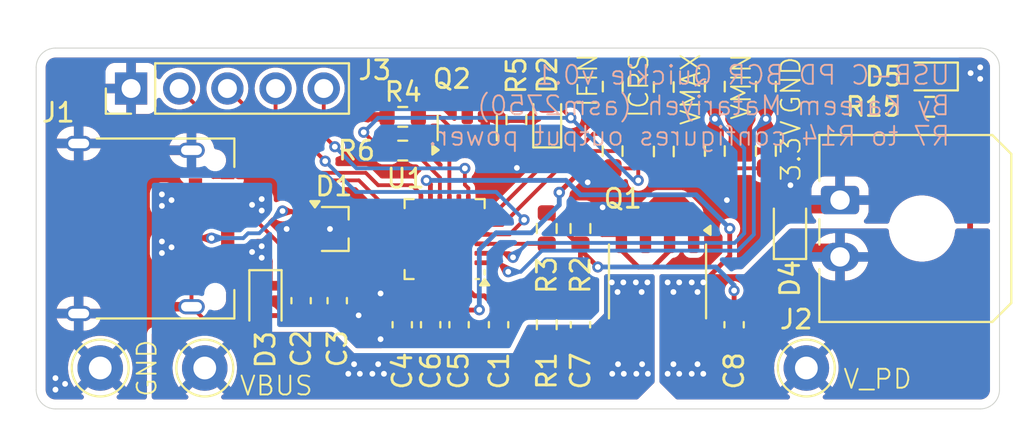
<source format=kicad_pcb>
(kicad_pcb (version 20240108) (generator "pcbnew") (generator_version "8.0")
  (layers (0 "F.Cu" signal) (31 "B.Cu" signal) (34 "B.Paste" user) (35 "F.Paste" user) (36 "B.SilkS" user "B.Silkscreen") (37 "F.SilkS" user "F.Silkscreen") (38 "B.Mask" user) (39 "F.Mask" user) (44 "Edge.Cuts" user))
  (net 0 "")
  (net 1 "Net-(U1-VCCD)")
  (net 2 "GND")
  (net 3 "VBUS")
  (net 4 "+3.3V")
  (net 5 "Net-(C7-Pad2)")
  (net 6 "VUSB_PD")
  (net 7 "/USB_CC1")
  (net 8 "/USB_CC2")
  (net 9 "Net-(D2-K)")
  (net 24 "Net-(Q1A-G1)")
  (net 25 "Net-(Q2-D)")
  (net 26 "Net-(Q2-G)")
  (net 27 "Net-(U1-VBUS_FET_EN)")
  (net 28 "Net-(U1-FLIP)")
  (net 29 "/VBUS_MAX")
  (net 30 "/VBUS_MIN")
  (net 31 "/ISNK_C")
  (net 32 "/ISNK_F")
  (net 38 "Net-(Q1A-S1)")
  (net 39 "/SCL")
  (net 40 "/INT")
  (net 41 "/SAFE_P_EN")
  (net 42 "/SDA")
  (net 43 "Net-(D5-A)")
  (footprint "Connector_USB:USB_C_Receptacle_Amphenol_12401610E4-2A" (layer "F.Cu") (at 30.48 65.2018 -90)
    (property "Reference" "J1")
    (property "Value" "USB_C_Receptacle")
  )
  (footprint "Capacitor_SMD:C_0603_1608Metric" (layer "F.Cu") (at 54.102 70.2818 90)
    (property "Reference" "C7")
    (property "Value" "4.7u")
  )
  (footprint "Package_TO_SOT_SMD:SOT-323_SC-70" (layer "F.Cu") (at 41.148 65.2272)
    (property "Reference" "D1")
    (property "Value" "ESDA25W")
  )
  (footprint "Capacitor_SMD:C_0603_1608Metric" (layer "F.Cu") (at 62.2046 70.2818 90)
    (property "Reference" "C8")
    (property "Value" "1u")
  )
  (footprint "Capacitor_SMD:C_0603_1608Metric" (layer "F.Cu") (at 41.275 69.0118 -90)
    (property "Reference" "C3")
    (property "Value" "100n")
  )
  (footprint "Diode_SMD:D_SOD-323" (layer "F.Cu") (at 65.151 65.2018 90)
    (property "Reference" "D4")
    (property "Value" "24v")
  )
  (footprint "Resistor_SMD:R_0603_1608Metric_Pad0.98x0.95mm_HandSolder" (layer "F.Cu") (at 55.7968 61.1156 90)
    (property "Reference" "R13" (hide yes))
    (property "Value" "DNP")
  )
  (footprint "Capacitor_SMD:C_0603_1608Metric" (layer "F.Cu") (at 46.2026 70.2818 -90)
    (property "Reference" "C6")
    (property "Value" "100n")
  )
  (footprint "Resistor_SMD:R_0603_1608Metric_Pad0.98x0.95mm_HandSolder" (layer "F.Cu") (at 63.881 61.1124 90)
    (property "Reference" "R9" (hide yes))
    (property "Value" "5.1k")
  )
  (footprint "Resistor_SMD:R_0603_1608Metric" (layer "F.Cu") (at 50.7238 59.4614 90)
    (property "Reference" "R5")
    (property "Value" "20k")
  )
  (footprint "Connector_Pin:Pin_D1.0mm_L10.0mm_LooseFit" (layer "F.Cu") (at 28.7782 72.5678)
    (property "Reference" "TP3" (hide yes))
    (property "Value" "TestPoint")
  )
  (footprint "LED_SMD:LED_0603_1608Metric" (layer "F.Cu") (at 52.3494 59.436 90)
    (property "Reference" "D2")
    (property "Value" "LED")
  )
  (footprint "Resistor_SMD:R_0603_1608Metric_Pad0.98x0.95mm_HandSolder" (layer "F.Cu") (at 61.1886 61.1124 90)
    (property "Reference" "R7" (hide yes))
    (property "Value" "5.1k")
  )
  (footprint "Connector_Pin:Pin_D1.0mm_L10.0mm_LooseFit" (layer "F.Cu") (at 66.0146 72.5678)
    (property "Reference" "TP2" (hide yes))
    (property "Value" "TestPoint")
  )
  (footprint "Package_TO_SOT_SMD:SOT-23" (layer "F.Cu") (at 48.133 59.8932 90)
    (property "Reference" "Q2")
    (property "Value" "2N7002H")
  )
  (footprint "Capacitor_SMD:C_0603_1608Metric" (layer "F.Cu") (at 39.37 69.0118 -90)
    (property "Reference" "C2")
    (property "Value" "4.7u")
  )
  (footprint "Resistor_SMD:R_0603_1608Metric" (layer "F.Cu") (at 72.517 58.7756 180)
    (property "Reference" "R15")
    (property "Value" "100k")
  )
  (footprint "Package_SO:SOIC-8_3.9x4.9mm_P1.27mm" (layer "F.Cu") (at 58.166 67.9958 -90)
    (property "Reference" "Q1")
    (property "Value" "DMP6050SSD")
  )
  (footprint "Fiducial:Fiducial_0.5mm_Mask1.5mm" (layer "F.Cu") (at 74.422 72.9488)
    (property "Reference" "FID2" (hide yes))
    (property "Value" "Fiducial")
  )
  (footprint "Resistor_SMD:R_0603_1608Metric" (layer "F.Cu") (at 52.324 65.2018 -90)
    (property "Reference" "R3")
    (property "Value" "2.2k")
  )
  (footprint "Connector_Pin:Pin_D1.0mm_L10.0mm_LooseFit" (layer "F.Cu") (at 34.29 72.5678)
    (property "Reference" "TP1" (hide yes))
    (property "Value" "TestPoint")
  )
  (footprint "Resistor_SMD:R_0603_1608Metric" (layer "F.Cu") (at 52.324 70.2818 90)
    (property "Reference" "R1")
    (property "Value" "20k")
  )
  (footprint "Resistor_SMD:R_0603_1608Metric_Pad0.98x0.95mm_HandSolder" (layer "F.Cu") (at 58.4984 61.1378 90)
    (property "Reference" "R11" (hide yes))
    (property "Value" "5.1k")
  )
  (footprint "Resistor_SMD:R_0603_1608Metric" (layer "F.Cu") (at 44.7294 59.309 180)
    (property "Reference" "R4")
    (property "Value" "20k")
  )
  (footprint "Resistor_SMD:R_0603_1608Metric" (layer "F.Cu") (at 54.102 65.2018 -90)
    (property "Reference" "R2")
    (property "Value" "2.2k")
  )
  (footprint "Resistor_SMD:R_0603_1608Metric_Pad0.98x0.95mm_HandSolder" (layer "F.Cu") (at 61.1886 57.7088 90)
    (property "Reference" "R8" (hide yes))
    (property "Value" "1k")
  )
  (footprint "Resistor_SMD:R_0603_1608Metric_Pad0.98x0.95mm_HandSolder" (layer "F.Cu") (at 55.8038 57.7088 90)
    (property "Reference" "R14" (hide yes))
    (property "Value" "0")
  )
  (footprint "Capacitor_SMD:C_0603_1608Metric" (layer "F.Cu") (at 49.784 70.2818 -90)
    (property "Reference" "C1")
    (property "Value" "1u")
  )
  (footprint "Fiducial:Fiducial_0.5mm_Mask1.5mm" (layer "F.Cu") (at 27.178 57.4548)
    (property "Reference" "FID1" (hide yes))
    (property "Value" "Fiducial")
  )
  (footprint "Package_DFN_QFN:QFN-24-1EP_4x4mm_P0.5mm_EP2.75x2.75mm" (layer "F.Cu") (at 46.9392 65.7606 180)
    (property "Reference" "U1")
    (property "Value" "CYPD3177-24LQ")
  )
  (footprint "Diode_SMD:D_SOD-323" (layer "F.Cu") (at 37.4904 69.0118 -90)
    (property "Reference" "D3")
    (property "Value" "24v")
  )
  (footprint "Connector_Molex:Molex_Micro-Fit_3.0_43650-0200_1x02_P3.00mm_Horizontal" (layer "F.Cu") (at 67.7906 63.7018 -90)
    (property "Reference" "J2")
    (property "Value" "Conn_01x02")
  )
  (footprint "Resistor_SMD:R_0603_1608Metric" (layer "F.Cu") (at 44.7294 61.087 180)
    (property "Reference" "R6")
    (property "Value" "4.7k")
  )
  (footprint "Resistor_SMD:R_0603_1608Metric_Pad0.98x0.95mm_HandSolder" (layer "F.Cu") (at 63.881 57.7088 90)
    (property "Reference" "R10" (hide yes))
    (property "Value" "1k")
  )
  (footprint "Connector_PinHeader_2.54mm:PinHeader_1x05_P2.54mm_Vertical" (layer "F.Cu") (at 30.4038 57.8104 90)
    (property "Reference" "J3")
    (property "Value" "Conn_01x05")
  )
  (footprint "Capacitor_SMD:C_0603_1608Metric" (layer "F.Cu") (at 47.7012 70.2818 -90)
    (property "Reference" "C5")
    (property "Value" "100n")
  )
  (footprint "Resistor_SMD:R_0603_1608Metric_Pad0.98x0.95mm_HandSolder" (layer "F.Cu") (at 58.4962 57.7342 90)
    (property "Reference" "R12" (hide yes))
    (property "Value" "2.4k")
  )
  (footprint "Capacitor_SMD:C_0603_1608Metric" (layer "F.Cu") (at 44.704 70.2818 -90)
    (property "Reference" "C4")
    (property "Value" "1u")
  )
  (footprint "LED_SMD:LED_0603_1608Metric" (layer "F.Cu") (at 72.517 57.1754 180)
    (property "Reference" "D5")
    (property "Value" "LED")
  )
  (gr_arc (start 26.416 74.7268) (mid 25.69758 74.42922) (end 25.4 73.7108) (stroke (width 0.05)) (layer "Edge.Cuts"))
  (gr_arc (start 76.2 73.7108) (mid 75.90242 74.42922) (end 75.184 74.7268) (stroke (width 0.05)) (layer "Edge.Cuts"))
  (gr_arc (start 75.184 55.6768) (mid 75.90242 55.97438) (end 76.2 56.6928) (stroke (width 0.05)) (layer "Edge.Cuts"))
  (gr_line (start 26.416 55.6768) (end 75.184 55.6768) (stroke (width 0.05)) (layer "Edge.Cuts"))
  (gr_line (start 25.4 73.7108) (end 25.4 56.6928) (stroke (width 0.05)) (layer "Edge.Cuts"))
  (gr_line (start 76.2 56.6928) (end 76.2 73.7108) (stroke (width 0.05)) (layer "Edge.Cuts"))
  (gr_arc (start 25.4 56.6928) (mid 25.69758 55.97438) (end 26.416 55.6768) (stroke (width 0.05)) (layer "Edge.Cuts"))
  (gr_line (start 75.184 74.7268) (end 26.416 74.7268) (stroke (width 0.05)) (layer "Edge.Cuts"))
  (gr_text "USB-C PD BCR Quickie v0.1\nBy Kareem Matariyeh (asm2750)\nR7 to R14 configures output power." (at 73.66 60.9092 0) (layer "B.SilkS") (effects (font (size 1 1) (thickness 0.1)) (justify left bottom mirror)))
  (gr_text "VBUS" (at 36.068 74.0918 0) (layer "F.SilkS") (effects (font (size 1 1) (thickness 0.1)) (justify left bottom)))
  (gr_text "3.3V" (at 65.786 62.7888 90) (layer "F.SilkS") (effects (font (size 1 1) (thickness 0.1)) (justify left bottom)))
  (gr_text "VMAX" (at 60.5028 59.823315 90) (layer "F.SilkS") (effects (font (size 1 1) (thickness 0.1)) (justify left bottom)))
  (gr_text "V_PD" (at 67.8942 73.7362 0) (layer "F.SilkS") (effects (font (size 1 1) (thickness 0.1)) (justify left bottom)))
  (gr_text "IFIN" (at 55.0672 58.870933 90) (layer "F.SilkS") (effects (font (size 1 1) (thickness 0.1)) (justify left bottom)))
  (gr_text "VMIN" (at 63.1698 59.5376 90) (layer "F.SilkS") (effects (font (size 1 1) (thickness 0.1)) (justify left bottom)))
  (gr_text "ICRS" (at 57.7596 59.442362 90) (layer "F.SilkS") (effects (font (size 1 1) (thickness 0.1)) (justify left bottom)))
  (gr_text "GND" (at 65.786 59.2328 90) (layer "F.SilkS") (effects (font (size 1 1) (thickness 0.1)) (justify left bottom)))
  (gr_text "GND" (at 31.8262 74.168 90) (layer "F.SilkS") (effects (font (size 1 1) (thickness 0.1)) (justify left bottom)))
  (segment (start 48.514 68.7578) (end 49.035 68.7578) (width 0.254) (layer "F.Cu") (net 1))
  (segment (start 48.1892 67.7356) (end 48.1892 68.433) (width 0.254) (layer "F.Cu") (net 1))
  (segment (start 48.1892 68.433) (end 48.514 68.7578) (width 0.254) (layer "F.Cu") (net 1))
  (segment (start 49.035 68.7578) (end 49.784 69.5068) (width 0.254) (layer "F.Cu") (net 1))
  (segment (start 43.574 71.0568) (end 44.704 71.0568) (width 0.254) (layer "F.Cu") (net 2))
  (segment (start 34.754 62.4518) (end 34.7472 62.4586) (width 0.254) (layer "F.Cu") (net 2))
  (segment (start 33.59 61.9918) (end 33.59 61.0718) (width 0.254) (layer "F.Cu") (net 2))
  (segment (start 47.117 68.6308) (end 47.1892 68.5586) (width 0.254) (layer "F.Cu") (net 2))
  (segment (start 45.6892 68.5346) (end 45.593 68.6308) (width 0.254) (layer "F.Cu") (net 2))
  (segment (start 35.5 67.9518) (end 35.9224 67.9518) (width 0.2032) (layer "F.Cu") (net 2))
  (segment (start 33.59 67.9118) (end 33.59 69.3318) (width 0.2032) (layer "F.Cu") (net 2))
  (segment (start 50.2537 62.0014) (end 50.7492 62.0014) (width 0.2032) (layer "F.Cu") (net 2))
  (segment (start 36.3474 68.3768) (end 36.3474 69.5706) (width 0.2032) (layer "F.Cu") (net 2))
  (segment (start 33.8 67.7018) (end 33.59 67.9118) (width 0.2032) (layer "F.Cu") (net 2))
  (segment (start 43.561 71.0438) (end 43.574 71.0568) (width 0.254) (layer "F.Cu") (net 2))
  (segment (start 36.576 69.7992) (end 37.4903 69.7992) (width 0.2032) (layer "F.Cu") (net 2))
  (segment (start 35.5 62.4518) (end 34.754 62.4518) (width 0.254) (layer "F.Cu") (net 2))
  (segment (start 38.608 65.2272) (end 40.894 65.2272) (width 0.3048) (layer "F.Cu") (net 2))
  (segment (start 45.6892 67.7356) (end 45.6892 68.5346) (width 0.254) (layer "F.Cu") (net 2))
  (segment (start 34.7472 62.4586) (end 34.6202 62.3316) (width 0.254) (layer "F.Cu") (net 2))
  (segment (start 33.59 69.3318) (end 34.5146 70.2564) (width 0.2032) (layer "F.Cu") (net 2))
  (segment (start 45.593 68.6308) (end 47.117 68.6308) (width 0.254) (layer "F.Cu") (net 2))
  (segment (start 47.1892 68.5586) (end 47.1892 67.7356) (width 0.254) (layer "F.Cu") (net 2))
  (segment (start 39.37 69.7868) (end 41.275 69.7868) (width 0.254) (layer "F.Cu") (net 2))
  (segment (start 42.2855 65.2272) (end 40.894 65.2272) (width 0.3048) (layer "F.Cu") (net 2))
  (segment (start 46.2026 71.0568) (end 47.7012 71.0568) (width 0.254) (layer "F.Cu") (net 2))
  (segment (start 47.1892 67.7356) (end 47.1892 66.0106) (width 0.254) (layer "F.Cu") (net 2))
  (segment (start 34.338 62.2018) (end 33.8 62.2018) (width 0.254) (layer "F.Cu") (net 2))
  (segment (start 33.8 62.2018) (end 33.59 61.9918) (width 0.254) (layer "F.Cu") (net 2))
  (segment (start 37.4903 69.7992) (end 37.4904 69.7993) (width 0.2032) (layer "F.Cu") (net 2))
  (segment (start 34.4678 62.3316) (end 34.338 62.2018) (width 0.254) (layer "F.Cu") (net 2))
  (segment (start 49.083 60.8307) (end 50.2537 62.0014) (width 0.2032) (layer "F.Cu") (net 2))
  (segment (start 45.6892 67.7356) (end 45.6892 67.0106) (width 0.2032) (layer "F.Cu") (net 2))
  (segment (start 47.1892 66.0106) (end 46.9392 65.7606) (width 0.254) (layer "F.Cu") (net 2))
  (segment (start 67.3406 64.1518) (end 67.7906 63.7018) (width 0.508) (layer "F.Cu") (net 2))
  (segment (start 35.9224 67.9518) (end 36.3474 68.3768) (width 0.2032) (layer "F.Cu") (net 2))
  (segment (start 37.4904 69.7993) (end 39.3575 69.7993) (width 0.254) (layer "F.Cu") (net 2))
  (segment (start 43.561 68.6308) (end 45.593 68.6308) (width 0.254) (layer "F.Cu") (net 2))
  (segment (start 34.5146 70.2564) (end 36.1188 70.2564) (width 0.2032) (layer "F.Cu") (net 2))
  (segment (start 45.6892 67.0106) (end 46.9392 65.7606) (width 0.2032) (layer "F.Cu") (net 2))
  (segment (start 39.3575 69.7993) (end 39.37 69.7868) (width 0.254) (layer "F.Cu") (net 2))
  (segment (start 65.151 64.1518) (end 67.3406 64.1518) (width 0.508) (layer "F.Cu") (net 2))
  (segment (start 36.1188 70.2564) (end 36.576 69.7992) (width 0.2032) (layer "F.Cu") (net 2))
  (segment (start 34.6202 62.3316) (end 34.4678 62.3316) (width 0.254) (layer "F.Cu") (net 2))
  (segment (start 42.405 69.7868) (end 41.275 69.7868) (width 0.254) (layer "F.Cu") (net 2))
  (segment (start 44.704 71.0568) (end 46.2026 71.0568) (width 0.254) (layer "F.Cu") (net 2))
  (segment (start 36.3474 69.5706) (end 36.576 69.7992) (width 0.2032) (layer "F.Cu") (net 2))
  (segment (start 49.784 71.0568) (end 47.7012 71.0568) (width 0.254) (layer "F.Cu") (net 2))
  (via (at 65.1764 62.9158) (size 0.6) (drill 0.3) (layers "F.Cu" "B.Cu") (net 2))
  (via (at 40.894 65.2272) (size 0.5842) (drill 0.3048) (layers "F.Cu" "B.Cu") (net 2))
  (via (at 50.7492 62.0014) (size 0.6) (drill 0.3) (layers "F.Cu" "B.Cu") (net 2))
  (via (at 26.924 73.406) (size 0.5842) (drill 0.3048) (layers "F.Cu" "B.Cu") (net 2))
  (via (at 54.483 62.7634) (size 0.6) (drill 0.3) (layers "F.Cu" "B.Cu") (net 2))
  (via (at 75.184 56.6928) (size 0.5842) (drill 0.3048) (layers "F.Cu" "B.Cu") (net 2))
  (via (at 42.405 69.7868) (size 0.6) (drill 0.3) (layers "F.Cu" "B.Cu") (net 2))
  (via (at 43.561 71.0438) (size 0.5842) (drill 0.3048) (layers "F.Cu" "B.Cu") (net 2))
  (via (at 26.416 73.1012) (size 0.5842) (drill 0.3048) (layers "F.Cu" "B.Cu") (net 2))
  (via (at 43.561 68.6308) (size 0.5842) (drill 0.3048) (layers "F.Cu" "B.Cu") (net 2))
  (via (at 38.608 65.2272) (size 0.5842) (drill 0.3048) (layers "F.Cu" "B.Cu") (net 2))
  (via (at 75.184 57.3024) (size 0.5842) (drill 0.3048) (layers "F.Cu" "B.Cu") (net 2))
  (via (at 26.416 73.7108) (size 0.5842) (drill 0.3048) (layers "F.Cu" "B.Cu") (net 2))
  (via (at 61.8236 63.7032) (size 0.6) (drill 0.3) (layers "F.Cu" "B.Cu") (net 2))
  (via (at 55.2704 64.0842) (size 0.6) (drill 0.3) (layers "F.Cu" "B.Cu") (net 2))
  (via (at 74.676 56.9976) (size 0.5842) (drill 0.3048) (layers "F.Cu" "B.Cu") (net 2))
  (segment (start 32.0294 65.8876) (end 32.0294 66.4972) (width 0.762) (layer "F.Cu") (net 3))
  (segment (start 54.102 71.0568) (end 54.6478 71.0568) (width 0.508) (layer "F.Cu") (net 3))
  (segment (start 37.0894 64.2566) (end 36.7846 63.9518) (width 0.762) (layer "F.Cu") (net 3))
  (segment (start 36.7738 66.4518) (end 36.7846 66.441) (width 0.254) (layer "F.Cu") (net 3))
  (segment (start 32.2326 66.4972) (end 32.5374 66.1924) (width 0.762) (layer "F.Cu") (net 3))
  (segment (start 36.7846 66.441) (end 37.0872 66.1384) (width 0.762) (layer "F.Cu") (net 3))
  (segment (start 32.2326 64.008) (end 32.5374 63.7032) (width 0.762) (layer "F.Cu") (net 3))
  (segment (start 32.0294 64.008) (end 32.2326 64.008) (width 0.762) (layer "F.Cu") (net 3))
  (segment (start 32.2326 65.8876) (end 32.5374 66.1924) (width 0.762) (layer "F.Cu") (net 3))
  (segment (start 32.0294 65.8876) (end 32.2326 65.8876) (width 0.762) (layer "F.Cu") (net 3))
  (segment (start 52.374 71.0568) (end 54.102 71.0568) (width 0.508) (layer "F.Cu") (net 3))
  (segment (start 32.5388 63.7018) (end 32.5374 63.7032) (width 0.254) (layer "F.Cu") (net 3))
  (segment (start 37.2926 66.1362) (end 37.2926 66.7458) (width 0.762) (layer "F.Cu") (net 3))
  (segment (start 37.4904 68.2243) (end 41.2625 68.2243) (width 0.508) (layer "F.Cu") (net 3))
  (segment (start 37.2926 64.2566) (end 37.0894 64.2566) (width 0.762) (layer "F.Cu") (net 3))
  (segment (start 35.5 63.9518) (end 36.7846 63.9518) (width 0.254) (layer "F.Cu") (net 3))
  (segment (start 37.2926 66.7458) (end 37.4904 66.9436) (width 0.762) (layer "F.Cu") (net 3))
  (segment (start 37.4904 66.9436) (end 37.4904 68.2243) (width 0.762) (layer "F.Cu") (net 3))
  (segment (start 32.5468 66.2018) (end 32.5374 66.1924) (width 0.254) (layer "F.Cu") (net 3))
  (segment (start 33.8 66.2018) (end 32.5468 66.2018) (width 0.254) (layer "F.Cu") (net 3))
  (segment (start 32.0294 63.3984) (end 32.2326 63.3984) (width 0.762) (layer "F.Cu") (net 3))
  (segment (start 52.324 71.1068) (end 52.374 71.0568) (width 0.508) (layer "F.Cu") (net 3))
  (segment (start 41.2625 68.2243) (end 41.275 68.2368) (width 0.508) (layer "F.Cu") (net 3))
  (segment (start 55.245 70.4596) (end 56.2498 70.4596) (width 0.508) (layer "F.Cu") (net 3))
  (segment (start 44.9642 67.0106) (end 43.8858 67.0106) (width 0.254) (layer "F.Cu") (net 3))
  (segment (start 32.2326 63.3984) (end 32.5374 63.7032) (width 0.762) (layer "F.Cu") (net 3))
  (segment (start 54.6478 71.0568) (end 55.245 70.4596) (width 0.508) (layer "F.Cu") (net 3))
  (segment (start 32.0294 63.3984) (end 32.0294 64.008) (width 0.762) (layer "F.Cu") (net 3))
  (segment (start 37.2926 63.647) (end 37.2926 64.2566) (width 0.762) (layer "F.Cu") (net 3))
  (segment (start 42.6596 68.2368) (end 41.275 68.2368) (width 0.254) (layer "F.Cu") (net 3))
  (segment (start 37.2926 63.647) (end 37.0894 63.647) (width 0.762) (layer "F.Cu") (net 3))
  (segment (start 37.2926 66.7458) (end 37.0894 66.7458) (width 0.762) (layer "F.Cu") (net 3))
  (segment (start 36.7846 63.9518) (end 36.7792 63.9572) (width 0.254) (layer "F.Cu") (net 3))
  (segment (start 33.8 63.7018) (end 32.5388 63.7018) (width 0.254) (layer "F.Cu") (net 3))
  (segment (start 37.0894 66.7458) (end 36.7846 66.441) (width 0.762) (layer "F.Cu") (net 3))
  (segment (start 43.8858 67.0106) (end 42.6596 68.2368) (width 0.254) (layer "F.Cu") (net 3))
  (segment (start 37.0872 66.1384) (end 37.2926 66.1384) (width 0.762) (layer "F.Cu") (net 3))
  (segment (start 35.5 66.4518) (end 36.7738 66.4518) (width 0.254) (layer "F.Cu") (net 3))
  (segment (start 32.0294 66.4972) (end 32.2326 66.4972) (width 0.762) (layer "F.Cu") (net 3))
  (segment (start 37.0894 63.647) (end 36.7846 63.9518) (width 0.762) (layer "F.Cu") (net 3))
  (segment (start 56.2498 70.4596) (end 56.261 70.4708) (width 0.508) (layer "F.Cu") (net 3))
  (via (at 32.0294 63.3984) (size 0.5842) (drill 0.3048) (layers "F.Cu" "B.Cu") (net 3))
  (via (at 56.388 72.8726) (size 0.5842) (drill 0.3048) (layers "F.Cu" "B.Cu") (net 3))
  (via (at 41.8592 72.8726) (size 0.5842) (drill 0.3048) (layers "F.Cu" "B.Cu") (net 3))
  (via (at 42.4688 72.8726) (size 0.5842) (drill 0.3048) (layers "F.Cu" "B.Cu") (net 3))
  (via (at 32.0294 65.8876) (size 0.5842) (drill 0.3048) (layers "F.Cu" "B.Cu") (net 3))
  (via (at 36.7846 63.9518) (size 0.5842) (drill 0.3048) (layers "F.Cu" "B.Cu") (net 3))
  (via (at 57.023 68.0466) (size 0.5842) (drill 0.3048) (layers "F.Cu" "B.Cu") (net 3))
  (via (at 56.0832 72.3646) (size 0.5842) (drill 0.3048) (layers "F.Cu" "B.Cu") (net 3))
  (via (at 32.0294 66.4972) (size 0.5842) (drill 0.3048) (layers "F.Cu" "B.Cu") (net 3))
  (via (at 55.753 68.0466) (size 0.5842) (drill 0.3048) (layers "F.Cu" "B.Cu") (net 3))
  (via (at 57.0484 72.8726) (size 0.5842) (drill 0.3048) (layers "F.Cu" "B.Cu") (net 3))
  (via (at 37.2926 66.7458) (size 0.5842) (drill 0.3048) (layers "F.Cu" "B.Cu") (net 3))
  (via (at 37.2926 64.2566) (size 0.5842) (drill 0.3048) (layers "F.Cu" "B.Cu") (net 3))
  (via (at 42.164 72.3646) (size 0.5842) (drill 0.3048) (layers "F.Cu" "B.Cu") (net 3))
  (via (at 32.0294 64.008) (size 0.5842) (drill 0.3048) (layers "F.Cu" "B.Cu") (net 3))
  (via (at 37.2926 63.647) (size 0.5842) (drill 0.3048) (layers "F.Cu" "B.Cu") (net 3))
  (via (at 57.3532 72.3646) (size 0.5842) (drill 0.3048) (layers "F.Cu" "B.Cu") (net 3))
  (via (at 55.7784 72.8726) (size 0.5842) (drill 0.3048) (layers "F.Cu" "B.Cu") (net 3))
  (via (at 36.7846 66.441) (size 0.5842) (drill 0.3048) (layers "F.Cu" "B.Cu") (net 3))
  (via (at 43.1292 72.8726) (size 0.5842) (drill 0.3048) (layers "F.Cu" "B.Cu") (net 3))
  (via (at 56.3626 68.0466) (size 0.5842) (drill 0.3048) (layers "F.Cu" "B.Cu") (net 3))
  (via (at 57.3278 68.5546) (size 0.5842) (drill 0.3048) (layers "F.Cu" "B.Cu") (net 3))
  (via (at 43.434 72.3646) (size 0.5842) (drill 0.3048) (layers "F.Cu" "B.Cu") (net 3))
  (via (at 43.7388 72.8726) (size 0.5842) (drill 0.3048) (layers "F.Cu" "B.Cu") (net 3))
  (via (at 57.658 72.8726) (size 0.5842) (drill 0.3048) (layers "F.Cu" "B.Cu") (net 3))
  (via (at 37.2926 66.1362) (size 0.5842) (drill 0.3048) (layers "F.Cu" "B.Cu") (net 3))
  (via (at 56.0578 68.5546) (size 0.5842) (drill 0.3048) (layers "F.Cu" "B.Cu") (net 3))
  (via (at 32.5374 63.7032) (size 0.5842) (drill 0.3048) (layers "F.Cu" "B.Cu") (net 3))
  (via (at 57.6326 68.0466) (size 0.5842) (drill 0.3048) (layers "F.Cu" "B.Cu") (net 3))
  (via (at 32.5374 66.1924) (size 0.5842) (drill 0.3048) (layers "F.Cu" "B.Cu") (net 3))
  (segment (start 58.5238 62.0249) (end 59.8678 62.0249) (width 0.2032) (layer "F.Cu") (net 4))
  (segment (start 54.2531 62.0281) (end 55.7968 62.0281) (width 0.254) (layer "F.Cu") (net 4))
  (segment (start 58.4984 62.0503) (end 58.5238 62.0249) (width 0.2032) (layer "F.Cu") (net 4))
  (segment (start 43.9044 61.087) (end 43.6372 61.087) (width 0.2032) (layer "F.Cu") (net 4))
  (segment (start 53.594 59.3598) (end 52.8827 58.6485) (width 0.2032) (layer "F.Cu") (net 4))
  (segment (start 57.15 62.6618) (end 57.15 62.0281) (width 0.2032) (layer "F.Cu") (net 4))
  (segment (start 55.7968 62.0281) (end 57.15 62.0281) (width 0.2032) (layer "F.Cu") (net 4))
  (segment (start 48.7556 69.5068) (end 47.7012 69.5068) (width 0.254) (layer "F.Cu") (net 4))
  (segment (start 61.1886 62.0249) (end 63.881 62.0249) (width 0.2032) (layer "F.Cu") (net 4))
  (segment (start 57.15 62.0281) (end 58.4762 62.0281) (width 0.2032) (layer "F.Cu") (net 4))
  (segment (start 46.2026 69.5068) (end 47.7012 69.5068) (width 0.254) (layer "F.Cu") (net 4))
  (segment (start 47.6892 69.4948) (end 47.7012 69.5068) (width 0.254) (layer "F.Cu") (net 4))
  (segment (start 59.8678 62.0249) (end 61.1886 62.0249) (width 0.2032) (layer "F.Cu") (net 4))
  (segment (start 44.704 69.5068) (end 46.2026 69.5068) (width 0.254) (layer "F.Cu") (net 4))
  (segment (start 43.6372 61.087) (end 42.672 60.1218) (width 0.2032) (layer "F.Cu") (net 4))
  (segment (start 58.4762 62.0281) (end 58.4984 62.0503) (width 0.2032) (layer "F.Cu") (net 4))
  (segment (start 52.9844 63.2968) (end 54.2531 62.0281) (width 0.254) (layer "F.Cu") (net 4))
  (segment (start 47.6892 67.7356) (end 47.6892 69.4948) (width 0.254) (layer "F.Cu") (net 4))
  (segment (start 52.8827 58.6485) (end 52.3494 58.6485) (width 0.2032) (layer "F.Cu") (net 4))
  (segment (start 48.768 69.4944) (end 48.7556 69.5068) (width 0.254) (layer "F.Cu") (net 4))
  (via (at 57.15 62.6618) (size 0.5842) (drill 0.3048) (layers "F.Cu" "B.Cu") (net 4))
  (via (at 53.594 59.3598) (size 0.5842) (drill 0.3048) (layers "F.Cu" "B.Cu") (net 4))
  (via (at 42.672 60.1218) (size 0.5842) (drill 0.3048) (layers "F.Cu" "B.Cu") (net 4))
  (via (at 52.9844 63.2968) (size 0.6) (drill 0.3) (layers "F.Cu" "B.Cu") (net 4))
  (via (at 48.768 69.4944) (size 0.5842) (drill 0.3048) (layers "F.Cu" "B.Cu") (net 4))
  (segment (start 51.5112 65.4304) (end 52.9844 63.9572) (width 0.254) (layer "B.Cu") (net 4))
  (segment (start 43.434 59.3598) (end 53.594 59.3598) (width 0.2032) (layer "B.Cu") (net 4))
  (segment (start 52.9844 63.9572) (end 52.9844 63.2968) (width 0.254) (layer "B.Cu") (net 4))
  (segment (start 57.15 62.6618) (end 56.896 62.6618) (width 0.2032) (layer "B.Cu") (net 4))
  (segment (start 56.896 62.6618) (end 53.594 59.3598) (width 0.2032) (layer "B.Cu") (net 4))
  (segment (start 48.768 69.4944) (end 48.768 66.3194) (width 0.254) (layer "B.Cu") (net 4))
  (segment (start 48.768 66.3194) (end 49.657 65.4304) (width 0.254) (layer "B.Cu") (net 4))
  (segment (start 49.657 65.4304) (end 51.5112 65.4304) (width 0.254) (layer "B.Cu") (net 4))
  (segment (start 42.672 60.1218) (end 43.434 59.3598) (width 0.2032) (layer "B.Cu") (net 4))
  (segment (start 62.2046 69.5068) (end 62.2046 68.4784) (width 0.254) (layer "F.Cu") (net 5))
  (segment (start 54.102 66.3194) (end 54.102 66.0268) (width 0.254) (layer "F.Cu") (net 5))
  (segment (start 53.974 66.0268) (end 54.102 66.0268) (width 0.254) (layer "F.Cu") (net 5))
  (segment (start 52.324 64.3768) (end 53.974 66.0268) (width 0.254) (layer "F.Cu") (net 5))
  (segment (start 54.052 69.4568) (end 54.102 69.5068) (width 0.254) (layer "F.Cu") (net 5))
  (segment (start 52.324 69.4568) (end 54.052 69.4568) (width 0.254) (layer "F.Cu") (net 5))
  (segment (start 54.102 66.0268) (end 54.102 69.5068) (width 0.254) (layer "F.Cu") (net 5))
  (segment (start 55.0164 67.2338) (end 54.102 66.3194) (width 0.254) (layer "F.Cu") (net 5))
  (via (at 62.2046 68.4784) (size 0.5842) (drill 0.3048) (layers "F.Cu" "B.Cu") (net 5))
  (via (at 55.0164 67.2338) (size 0.5842) (drill 0.3048) (layers "F.Cu" "B.Cu") (net 5))
  (segment (start 62.2046 68.199) (end 61.2394 67.2338) (width 0.254) (layer "B.Cu") (net 5))
  (segment (start 61.2394 67.2338) (end 55.0164 67.2338) (width 0.254) (layer "B.Cu") (net 5))
  (segment (start 62.2046 68.4784) (end 62.2046 68.199) (width 0.254) (layer "B.Cu") (net 5))
  (segment (start 46.1892 63.7856) (end 46.1892 62.877) (width 0.254) (layer "F.Cu") (net 6))
  (segment (start 73.66 68.3768) (end 74.6506 67.3862) (width 0.3048) (layer "F.Cu") (net 6))
  (segment (start 62.2046 71.0568) (end 61.7604 71.0568) (width 0.508) (layer "F.Cu") (net 6))
  (segment (start 69.445 66.7018) (end 71.12 68.3768) (width 0.3048) (layer "F.Cu") (net 6))
  (segment (start 67.7906 66.7018) (end 69.445 66.7018) (width 0.3048) (layer "F.Cu") (net 6))
  (segment (start 60.0822 70.4596) (end 60.071 70.4708) (width 0.508) (layer "F.Cu") (net 6))
  (segment (start 65.151 66.2518) (end 67.3406 66.2518) (width 0.508) (layer "F.Cu") (net 6))
  (segment (start 46.1892 62.877) (end 45.974 62.6618) (width 0.254) (layer "F.Cu") (net 6))
  (segment (start 61.1632 70.4596) (end 60.0822 70.4596) (width 0.508) (layer "F.Cu") (net 6))
  (segment (start 61.7604 71.0568) (end 61.1632 70.4596) (width 0.508) (layer "F.Cu") (net 6))
  (segment (start 61.976 66.6496) (end 60.579 68.0466) (width 0.254) (layer "F.Cu") (net 6))
  (segment (start 74.6506 60.0842) (end 73.342 58.7756) (width 0.3048) (layer "F.Cu") (net 6))
  (segment (start 67.3406 66.2518) (end 67.7906 66.7018) (width 0.508) (layer "F.Cu") (net 6))
  (segment (start 71.12 68.3768) (end 73.66 68.3768) (width 0.3048) (layer "F.Cu") (net 6))
  (segment (start 61.976 65.2018) (end 61.976 66.6496) (width 0.254) (layer "F.Cu") (net 6))
  (segment (start 74.6506 67.3862) (end 74.6506 60.0842) (width 0.3048) (layer "F.Cu") (net 6))
  (via (at 60.2742 68.5546) (size 0.5842) (drill 0.3048) (layers "F.Cu" "B.Cu") (net 6))
  (via (at 45.974 62.6618) (size 0.5842) (drill 0.3048) (layers "F.Cu" "B.Cu") (net 6))
  (via (at 59.9694 72.8726) (size 0.5842) (drill 0.3048) (layers "F.Cu" "B.Cu") (net 6))
  (via (at 59.0042 68.5546) (size 0.5842) (drill 0.3048) (layers "F.Cu" "B.Cu") (net 6))
  (via (at 59.309 68.0466) (size 0.5842) (drill 0.3048) (layers "F.Cu" "B.Cu") (net 6))
  (via (at 61.976 65.2018) (size 0.5842) (drill 0.3048) (layers "F.Cu" "B.Cu") (net 6))
  (via (at 60.2742 72.3646) (size 0.5842) (drill 0.3048) (layers "F.Cu" "B.Cu") (net 6))
  (via (at 59.0042 72.3646) (size 0.5842) (drill 0.3048) (layers "F.Cu" "B.Cu") (net 6))
  (via (at 60.579 72.8726) (size 0.5842) (drill 0.3048) (layers "F.Cu" "B.Cu") (net 6))
  (via (at 59.9694 68.0466) (size 0.5842) (drill 0.3048) (layers "F.Cu" "B.Cu") (net 6))
  (via (at 58.6994 68.0466) (size 0.5842) (drill 0.3048) (layers "F.Cu" "B.Cu") (net 6))
  (via (at 58.6994 72.8726) (size 0.5842) (drill 0.3048) (layers "F.Cu" "B.Cu") (net 6))
  (via (at 59.309 72.8726) (size 0.5842) (drill 0.3048) (layers "F.Cu" "B.Cu") (net 6))
  (via (at 60.579 68.0466) (size 0.5842) (drill 0.3048) (layers "F.Cu" "B.Cu") (net 6))
  (segment (start 53.34 62.6618) (end 54.102 63.4238) (width 0.254) (layer "B.Cu") (net 6))
  (segment (start 45.974 62.6618) (end 53.34 62.6618) (width 0.254) (layer "B.Cu") (net 6))
  (segment (start 54.102 63.4238) (end 60.198 63.4238) (width 0.254) (layer "B.Cu") (net 6))
  (segment (start 60.198 63.4238) (end 61.976 65.2018) (width 0.254) (layer "B.Cu") (net 6))
  (segment (start 41.1836 66.1772) (end 40.8836 65.8772) (width 0.2032) (layer "F.Cu") (net 7))
  (segment (start 39.1518 65.8772) (end 40.148 65.8772) (width 0.2032) (layer "F.Cu") (net 7))
  (segment (start 35.5 64.4518) (end 36.1054 64.4518) (width 0.2032) (layer "F.Cu") (net 7))
  (segment (start 43.688 65.5106) (end 43.0214 66.1772) (width 0.2032) (layer "F.Cu") (net 7))
  (segment (start 38.3896 66.1772) (end 38.8518 66.1772) (width 0.2032) (layer "F.Cu") (net 7))
  (segment (start 40.8836 65.8772) (end 40.148 65.8772) (width 0.2032) (layer "F.Cu") (net 7))
  (segment (start 40.1122 65.913) (end 40.148 65.8772) (width 0.2032) (layer "F.Cu") (net 7))
  (segment (start 38.8518 66.1772) (end 39.1518 65.8772) (width 0.2032) (layer "F.Cu") (net 7))
  (segment (start 36.6014 64.9478) (end 37.1602 64.9478) (width 0.2032) (layer "F.Cu") (net 7))
  (segment (start 37.1602 64.9478) (end 38.3896 66.1772) (width 0.2032) (layer "F.Cu") (net 7))
  (segment (start 44.9642 65.5106) (end 43.688 65.5106) (width 0.2032) (layer "F.Cu") (net 7))
  (segment (start 36.1054 64.4518) (end 36.6014 64.9478) (width 0.2032) (layer "F.Cu") (net 7))
  (segment (start 43.0214 66.1772) (end 41.1836 66.1772) (width 0.2032) (layer "F.Cu") (net 7))
  (segment (start 40.894 64.5668) (end 41.1836 64.2772) (width 0.2032) (layer "F.Cu") (net 8))
  (segment (start 38.3896 64.2772) (end 38.8518 64.2772) (width 0.2032) (layer "F.Cu") (net 8))
  (segment (start 39.1518 64.5772) (end 40.148 64.5772) (width 0.2032) (layer "F.Cu") (net 8))
  (segment (start 33.8 65.7018) (end 34.6376 65.7018) (width 0.2032) (layer "F.Cu") (net 8))
  (segment (start 40.1584 64.5668) (end 40.894 64.5668) (width 0.2032) (layer "F.Cu") (net 8))
  (segment (start 43.0428 64.2772) (end 43.7762 65.0106) (width 0.2032) (layer "F.Cu") (net 8))
  (segment (start 40.1122 64.5414) (end 40.148 64.5772) (width 0.2032) (layer "F.Cu") (net 8))
  (segment (start 38.8518 64.2772) (end 39.1518 64.5772) (width 0.2032) (layer "F.Cu") (net 8))
  (segment (start 43.7762 65.0106) (end 44.9642 65.0106) (width 0.2032) (layer "F.Cu") (net 8))
  (segment (start 34.6376 65.7018) (end 34.6456 65.7098) (width 0.2032) (layer "F.Cu") (net 8))
  (segment (start 41.1836 64.2772) (end 43.0428 64.2772) (width 0.2032) (layer "F.Cu") (net 8))
  (segment (start 40.148 64.5772) (end 40.1584 64.5668) (width 0.2032) (layer "F.Cu") (net 8))
  (via (at 34.6456 65.7098) (size 0.5842) (drill 0.3048) (layers "F.Cu" "B.Cu") (net 8))
  (via (at 38.3896 64.2772) (size 0.5842) (drill 0.3048) (layers "F.Cu" "B.Cu") (net 8))
  (segment (start 38.3388 64.2772) (end 38.3896 64.2772) (width 0.2032) (layer "B.Cu") (net 8))
  (segment (start 34.6456 65.7098) (end 36.322 65.7098) (width 0.2032) (layer "B.Cu") (net 8))
  (segment (start 37.1602 65.4558) (end 38.3388 64.2772) (width 0.2032) (layer "B.Cu") (net 8))
  (segment (start 36.322 65.7098) (end 36.576 65.4558) (width 0.2032) (layer "B.Cu") (net 8))
  (segment (start 36.576 65.4558) (end 37.1602 65.4558) (width 0.2032) (layer "B.Cu") (net 8))
  (segment (start 50.7238 60.2864) (end 52.2865 60.2864) (width 0.2032) (layer "F.Cu") (net 9))
  (segment (start 52.2865 60.2864) (end 52.3494 60.2235) (width 0.2032) (layer "F.Cu") (net 9))
  (segment (start 57.15 67.2338) (end 56.261 66.3448) (width 0.254) (layer "F.Cu") (net 24))
  (segment (start 55.246 65.5208) (end 56.261 65.5208) (width 0.254) (layer "F.Cu") (net 24))
  (segment (start 56.261 66.3448) (end 56.261 65.5208) (width 0.254) (layer "F.Cu") (net 24))
  (segment (start 57.9374 67.2338) (end 57.15 67.2338) (width 0.254) (layer "F.Cu") (net 24))
  (segment (start 58.801 66.3702) (end 57.9374 67.2338) (width 0.254) (layer "F.Cu") (net 24))
  (segment (start 58.801 65.5208) (end 58.801 66.3702) (width 0.254) (layer "F.Cu") (net 24))
  (segment (start 54.102 64.3768) (end 55.246 65.5208) (width 0.254) (layer "F.Cu") (net 24))
  (segment (start 48.4523 58.6364) (end 50.7238 58.6364) (width 0.2032) (layer "F.Cu") (net 25))
  (segment (start 48.133 58.9557) (end 48.4523 58.6364) (width 0.2032) (layer "F.Cu") (net 25))
  (segment (start 46.6852 59.309) (end 45.5544 59.309) (width 0.2032) (layer "F.Cu") (net 26))
  (segment (start 47.183 60.8307) (end 47.183 59.8068) (width 0.2032) (layer "F.Cu") (net 26))
  (segment (start 47.1892 63.7856) (end 47.1892 60.8369) (width 0.2032) (layer "F.Cu") (net 26))
  (segment (start 47.183 59.8068) (end 46.6852 59.309) (width 0.2032) (layer "F.Cu") (net 26))
  (segment (start 47.1892 60.8369) (end 47.183 60.8307) (width 0.2032) (layer "F.Cu") (net 26))
  (segment (start 52.264 66.0106) (end 52.2732 66.0014) (width 0.2032) (layer "F.Cu") (net 27))
  (segment (start 48.9142 66.0106) (end 52.264 66.0106) (width 0.2032) (layer "F.Cu") (net 27))
  (segment (start 45.5544 61.3786) (end 45.5544 61.087) (width 0.2032) (layer "F.Cu") (net 28))
  (segment (start 46.6892 63.7856) (end 46.6892 62.5134) (width 0.2032) (layer "F.Cu") (net 28))
  (segment (start 46.6892 62.5134) (end 45.5544 61.3786) (width 0.2032) (layer "F.Cu") (net 28))
  (segment (start 61.1886 58.6213) (end 61.1886 59.4106) (width 0.2032) (layer "F.Cu") (net 29))
  (segment (start 61.1886 59.4106) (end 61.1886 60.1999) (width 0.2032) (layer "F.Cu") (net 29))
  (segment (start 48.9142 66.5106) (end 50.3308 66.5106) (width 0.2032) (layer "F.Cu") (net 29))
  (segment (start 50.3308 66.5106) (end 50.546 66.7258) (width 0.2032) (layer "F.Cu") (net 29))
  (via (at 61.1886 59.4106) (size 0.5842) (drill 0.3048) (layers "F.Cu" "B.Cu") (net 29))
  (via (at 50.546 66.7258) (size 0.5842) (drill 0.3048) (layers "F.Cu" "B.Cu") (net 29))
  (segment (start 62.738 60.96) (end 62.738 65.4558) (width 0.2032) (layer "B.Cu") (net 29))
  (segment (start 62.738 65.4558) (end 62.23 65.9638) (width 0.2032) (layer "B.Cu") (net 29))
  (segment (start 62.23 65.9638) (end 51.308 65.9638) (width 0.2032) (layer "B.Cu") (net 29))
  (segment (start 51.308 65.9638) (end 50.546 66.7258) (width 0.2032) (layer "B.Cu") (net 29))
  (segment (start 61.1886 59.4106) (end 62.738 60.96) (width 0.2032) (layer "B.Cu") (net 29))
  (segment (start 49.8148 67.0106) (end 50.292 67.4878) (width 0.2032) (layer "F.Cu") (net 30))
  (segment (start 48.9142 67.0106) (end 49.8148 67.0106) (width 0.2032) (layer "F.Cu") (net 30))
  (segment (start 63.881 59.4106) (end 63.881 60.1999) (width 0.2032) (layer "F.Cu") (net 30))
  (segment (start 63.881 58.6213) (end 63.881 59.4106) (width 0.2032) (layer "F.Cu") (net 30))
  (via (at 50.292 67.4878) (size 0.5842) (drill 0.3048) (layers "F.Cu" "B.Cu") (net 30))
  (via (at 63.881 59.4106) (size 0.5842) (drill 0.3048) (layers "F.Cu" "B.Cu") (net 30))
  (segment (start 63.881 59.4106) (end 63.246 60.0456) (width 0.2032) (layer "B.Cu") (net 30))
  (segment (start 50.9492 67.4878) (end 50.292 67.4878) (width 0.2032) (layer "B.Cu") (net 30))
  (segment (start 52.0732 66.3702) (end 52.07 66.367) (width 0.2032) (layer "B.Cu") (net 30))
  (segment (start 63.246 65.51801) (end 62.39381 66.3702) (width 0.2032) (layer "B.Cu") (net 30))
  (segment (start 63.246 60.0456) (end 63.246 65.51801) (width 0.2032) (layer "B.Cu") (net 30))
  (segment (start 52.07 66.367) (end 50.9492 67.4878) (width 0.2032) (layer "B.Cu") (net 30))
  (segment (start 62.39381 66.3702) (end 52.0732 66.3702) (width 0.2032) (layer "B.Cu") (net 30))
  (segment (start 52.9368 62.049) (end 53.50701 62.049) (width 0.2032) (layer "F.Cu") (net 31))
  (segment (start 58.4962 60.2231) (end 58.4984 60.2253) (width 0.2032) (layer "F.Cu") (net 31))
  (segment (start 53.50701 62.049) (end 54.44361 61.1124) (width 0.2032) (layer "F.Cu") (net 31))
  (segment (start 57.6113 61.1124) (end 58.4984 60.2253) (width 0.2032) (layer "F.Cu") (net 31))
  (segment (start 49.9752 65.0106) (end 52.9368 62.049) (width 0.2032) (layer "F.Cu") (net 31))
  (segment (start 54.44361 61.1124) (end 57.6113 61.1124) (width 0.2032) (layer "F.Cu") (net 31))
  (segment (start 58.4962 58.6467) (end 58.4962 60.2231) (width 0.2032) (layer "F.Cu") (net 31))
  (segment (start 48.9142 65.0106) (end 49.9752 65.0106) (width 0.2032) (layer "F.Cu") (net 31))
  (segment (start 52.324 61.6458) (end 53.34 61.6458) (width 0.2032) (layer "F.Cu") (net 32))
  (segment (start 53.34 61.6458) (end 54.7827 60.2031) (width 0.2032) (layer "F.Cu") (net 32))
  (segment (start 54.7827 60.2031) (end 55.7968 60.2031) (width 0.2032) (layer "F.Cu") (net 32))
  (segment (start 48.9142 64.5106) (end 49.4592 64.5106) (width 0.2032) (layer "F.Cu") (net 32))
  (segment (start 49.4592 64.5106) (end 52.324 61.6458) (width 0.2032) (layer "F.Cu") (net 32))
  (segment (start 55.8038 58.6213) (end 55.8038 60.1961) (width 0.2032) (layer "F.Cu") (net 32))
  (segment (start 55.8038 60.1961) (end 55.7968 60.2031) (width 0.2032) (layer "F.Cu") (net 32))
  (segment (start 60.071 64.3636) (end 59.3852 63.6778) (width 0.508) (layer "F.Cu") (net 38))
  (segment (start 57.531 64.3382) (end 58.1914 63.6778) (width 0.508) (layer "F.Cu") (net 38))
  (segment (start 59.3852 63.6778) (end 58.1914 63.6778) (width 0.508) (layer "F.Cu") (net 38))
  (segment (start 57.531 65.5208) (end 57.531 64.3382) (width 0.508) (layer "F.Cu") (net 38))
  (segment (start 60.071 65.5208) (end 60.071 64.3636) (width 0.508) (layer "F.Cu") (net 38))
  (segment (start 36.449 59.3598) (end 34.4932 59.3598) (width 0.2) (layer "F.Cu") (net 39))
  (segment (start 40.175914 62.6618) (end 37.283757 59.769643) (width 0.2) (layer "F.Cu") (net 39))
  (segment (start 37.283757 59.769643) (end 36.858843 59.769643) (width 0.2) (layer "F.Cu") (net 39))
  (segment (start 36.858843 59.769643) (end 36.449 59.3598) (width 0.2) (layer "F.Cu") (net 39))
  (segment (start 42.418 62.6618) (end 40.175914 62.6618) (width 0.2) (layer "F.Cu") (net 39))
  (segment (start 44.2668 64.5106) (end 42.418 62.6618) (width 0.2) (layer "F.Cu") (net 39))
  (segment (start 34.4932 59.3598) (end 32.9438 57.8104) (width 0.2) (layer "F.Cu") (net 39))
  (segment (start 44.9642 64.5106) (end 44.2668 64.5106) (width 0.2) (layer "F.Cu") (net 39))
  (segment (start 48.1892 63.0736) (end 48.006 62.8904) (width 0.2) (layer "F.Cu") (net 40))
  (segment (start 48.1892 63.7856) (end 48.1892 63.0736) (width 0.2) (layer "F.Cu") (net 40))
  (segment (start 41.148 60.8838) (end 40.5638 60.2996) (width 0.2) (layer "F.Cu") (net 40))
  (segment (start 40.5638 57.8104) (end 40.7924 57.5818) (width 0.2) (layer "F.Cu") (net 40))
  (segment (start 48.006 62.8904) (end 48.006 62.0268) (width 0.2) (layer "F.Cu") (net 40))
  (segment (start 40.5638 60.2996) (end 40.5638 57.8104) (width 0.2) (layer "F.Cu") (net 40))
  (via (at 48.006 62.0268) (size 0.5842) (drill 0.3048) (layers "F.Cu" "B.Cu") (net 40))
  (via (at 41.148 60.8838) (size 0.5842) (drill 0.3048) (layers "F.Cu" "B.Cu") (net 40))
  (segment (start 48.006 62.0268) (end 42.291 62.0268) (width 0.2) (layer "B.Cu") (net 40))
  (segment (start 42.291 62.0268) (end 41.148 60.8838) (width 0.2) (layer "B.Cu") (net 40))
  (segment (start 51.1302 64.7446) (end 50.3642 65.5106) (width 0.2032) (layer "F.Cu") (net 41))
  (segment (start 40.64 61.6458) (end 38.0238 59.0296) (width 0.2032) (layer "F.Cu") (net 41))
  (segment (start 50.3642 65.5106) (end 48.9142 65.5106) (width 0.2032) (layer "F.Cu") (net 41))
  (segment (start 38.0238 59.0296) (end 38.0238 57.8104) (width 0.2032) (layer "F.Cu") (net 41))
  (via (at 51.1302 64.7446) (size 0.5842) (drill 0.3048) (layers "F.Cu" "B.Cu") (net 41))
  (via (at 40.64 61.6458) (size 0.5842) (drill 0.3048) (layers "F.Cu" "B.Cu") (net 41))
  (segment (start 49.657 63.2714) (end 51.1302 64.7446) (width 0.2032) (layer "B.Cu") (net 41))
  (segment (start 40.64 61.6458) (end 42.2656 63.2714) (width 0.2032) (layer "B.Cu") (net 41))
  (segment (start 42.2656 63.2714) (end 49.657 63.2714) (width 0.2032) (layer "B.Cu") (net 41))
  (segment (start 40.3416 62.2618) (end 42.78 62.2618) (width 0.2) (layer "F.Cu") (net 42))
  (segment (start 43.434 62.9158) (end 45.212 62.9158) (width 0.2) (layer "F.Cu") (net 42))
  (segment (start 42.78 62.2618) (end 43.434 62.9158) (width 0.2) (layer "F.Cu") (net 42))
  (segment (start 37.0332 59.3598) (end 37.4396 59.3598) (width 0.2) (layer "F.Cu") (net 42))
  (segment (start 35.4838 57.8104) (end 37.0332 59.3598) (width 0.2) (layer "F.Cu") (net 42))
  (segment (start 37.4396 59.3598) (end 40.3416 62.2618) (width 0.2) (layer "F.Cu") (net 42))
  (segment (start 45.212 62.9158) (end 45.6892 63.393) (width 0.2) (layer "F.Cu") (net 42))
  (segment (start 45.6892 63.393) (end 45.6892 63.7856) (width 0.2) (layer "F.Cu") (net 42))
  (segment (start 71.692 57.2129) (end 71.692 58.7756) (width 0.508) (layer "F.Cu") (net 43))
  (zone (net 3) (net_name "VBUS") (layer "F.Cu") (priority 12) (connect_pads thru_hole_only (clearance 0.2032)) (min_thickness 0.25) (fill yes (thermal_gap 0.5) (thermal_bridge_width 0.5) (smoothing chamfer))
    (polygon (pts (xy 58.0136 67.6148) (xy 58.0136 73.3298) (xy 56.8706 74.4728) (xy 31.496 74.4728) (xy 31.496 70.6628) (xy 41.0464 70.6628) (xy 42.164 71.7804) (xy 50.546 71.7804) (xy 51.308 70.2818) (xy 54.7624 70.2818) (xy 55.3466 69.6976) (xy 55.3466 67.6148)))
  )
  (zone (net 2) (net_name "GND") (layers "F&B.Cu") (connect_pads (clearance 0.254)) (min_thickness 0.25) (fill yes (thermal_gap 0.5) (thermal_bridge_width 0.5) (smoothing chamfer))
    (polygon (pts (xy 25.4 74.7268) (xy 76.2 74.7268) (xy 76.2 55.6768) (xy 25.4 55.6768)))
  )
  (zone (net 6) (net_name "VUSB_PD") (layers "F&B.Cu") (priority 4) (connect_pads thru_hole_only (clearance 0.2032)) (min_thickness 0.25) (fill yes (thermal_gap 0.5) (thermal_bridge_width 0.5) (smoothing chamfer))
    (polygon (pts (xy 58.2676 67.6148) (xy 58.2676 73.3298) (xy 59.4106 74.4728) (xy 76.2 74.4728) (xy 76.2 65.2018) (xy 65.151 65.2018) (xy 62.738 67.6148)))
  )
  (zone (net 3) (net_name "VBUS") (layer "B.Cu") (priority 1) (connect_pads thru_hole_only (clearance 0.2032)) (min_thickness 0.25) (fill yes (thermal_gap 0.5) (thermal_bridge_width 0.5) (smoothing chamfer))
    (polygon (pts (xy 31.496 62.7888) (xy 31.496 74.4728) (xy 56.8706 74.4728) (xy 58.0136 73.3298) (xy 58.0136 67.6148) (xy 55.3466 67.6148) (xy 55.3466 69.6976) (xy 54.7624 70.2818) (xy 51.308 70.2818) (xy 50.546 71.7804) (xy 42.164 71.7804) (xy 41.0464 70.6628) (xy 37.846 70.6628) (xy 37.846 62.7888)))
  )
)
</source>
